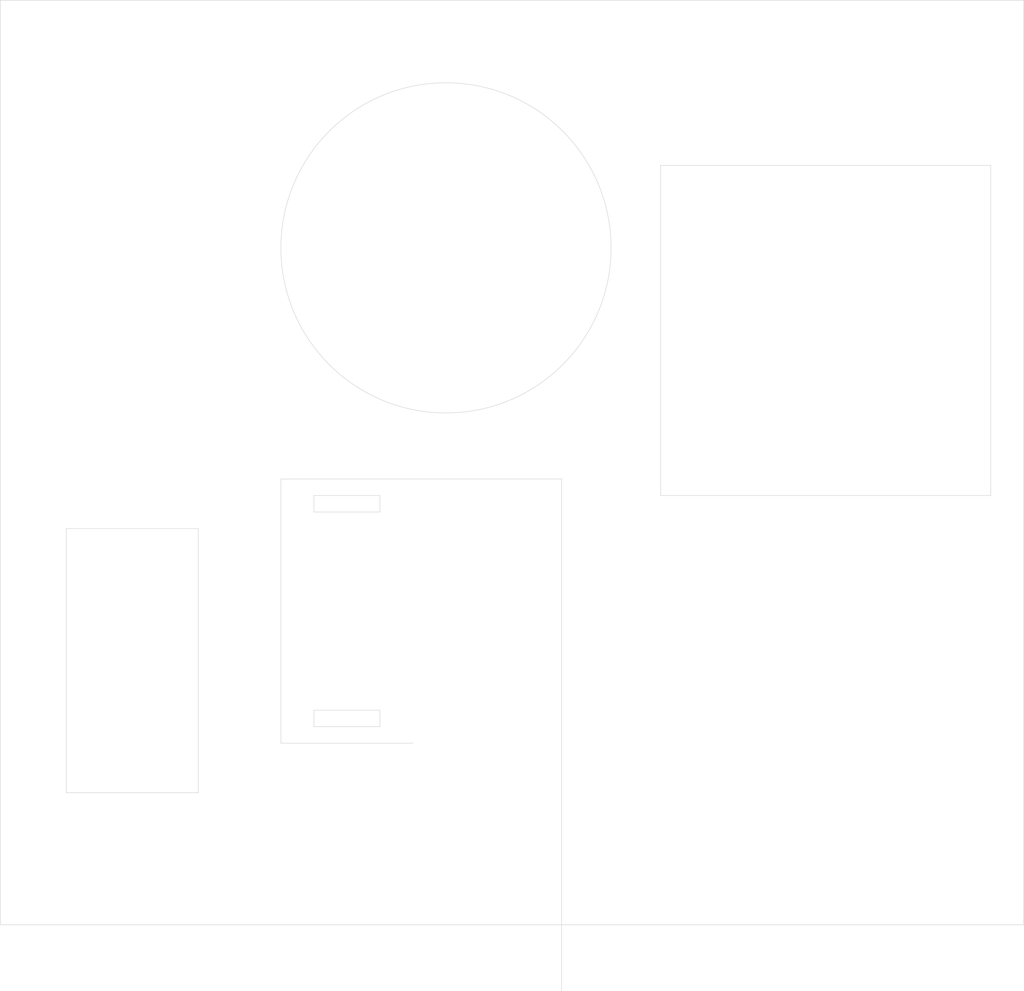
<source format=kicad_pcb>
(kicad_pcb (version 4) (host pcbnew 4.0.0-rc1-stable)

  (general
    (links 0)
    (no_connects 0)
    (area -0.075001 -0.075001 310.075001 280.075001)
    (thickness 1.6)
    (drawings 25)
    (tracks 0)
    (zones 0)
    (modules 0)
    (nets 1)
  )

  (page User 450.012 350.012)
  (layers
    (0 F.Cu signal)
    (31 B.Cu signal)
    (32 B.Adhes user)
    (33 F.Adhes user)
    (34 B.Paste user)
    (35 F.Paste user)
    (36 B.SilkS user)
    (37 F.SilkS user)
    (38 B.Mask user)
    (39 F.Mask user)
    (40 Dwgs.User user)
    (41 Cmts.User user)
    (42 Eco1.User user)
    (43 Eco2.User user)
    (44 Edge.Cuts user)
    (45 Margin user)
    (46 B.CrtYd user)
    (47 F.CrtYd user)
    (48 B.Fab user)
    (49 F.Fab user)
  )

  (setup
    (last_trace_width 0.25)
    (trace_clearance 0.2)
    (zone_clearance 0.508)
    (zone_45_only no)
    (trace_min 0.2)
    (segment_width 0.2)
    (edge_width 0.15)
    (via_size 0.6)
    (via_drill 0.4)
    (via_min_size 0.4)
    (via_min_drill 0.3)
    (uvia_size 0.3)
    (uvia_drill 0.1)
    (uvias_allowed no)
    (uvia_min_size 0.2)
    (uvia_min_drill 0.1)
    (pcb_text_width 0.3)
    (pcb_text_size 1.5 1.5)
    (mod_edge_width 0.15)
    (mod_text_size 1 1)
    (mod_text_width 0.15)
    (pad_size 1.524 1.524)
    (pad_drill 0.762)
    (pad_to_mask_clearance 0.2)
    (aux_axis_origin 0 0)
    (visible_elements 7FFFFFFF)
    (pcbplotparams
      (layerselection 0x00030_80000001)
      (usegerberextensions false)
      (excludeedgelayer true)
      (linewidth 0.100000)
      (plotframeref false)
      (viasonmask false)
      (mode 1)
      (useauxorigin false)
      (hpglpennumber 1)
      (hpglpenspeed 20)
      (hpglpendiameter 15)
      (hpglpenoverlay 2)
      (psnegative false)
      (psa4output false)
      (plotreference true)
      (plotvalue true)
      (plotinvisibletext false)
      (padsonsilk false)
      (subtractmaskfromsilk false)
      (outputformat 1)
      (mirror false)
      (drillshape 1)
      (scaleselection 1)
      (outputdirectory ""))
  )

  (net 0 "")

  (net_class Default "This is the default net class."
    (clearance 0.2)
    (trace_width 0.25)
    (via_dia 0.6)
    (via_drill 0.4)
    (uvia_dia 0.3)
    (uvia_drill 0.1)
  )

  (gr_circle (center 135 75) (end 185 75) (layer Edge.Cuts) (width 0.15))
  (gr_line (start 20 160) (end 60 160) (angle 90) (layer Edge.Cuts) (width 0.15) (tstamp 58728425))
  (gr_line (start 60 160) (end 60 240) (angle 90) (layer Edge.Cuts) (width 0.15) (tstamp 58728424))
  (gr_line (start 20 240) (end 60 240) (angle 90) (layer Edge.Cuts) (width 0.15) (tstamp 58728423))
  (gr_line (start 20 160) (end 20 240) (angle 90) (layer Edge.Cuts) (width 0.15) (tstamp 58728422))
  (gr_line (start 115 220) (end 95 220) (angle 90) (layer Edge.Cuts) (width 0.15))
  (gr_line (start 115 215) (end 115 220) (angle 90) (layer Edge.Cuts) (width 0.15))
  (gr_line (start 95 215) (end 115 215) (angle 90) (layer Edge.Cuts) (width 0.15))
  (gr_line (start 95 220) (end 95 215) (angle 90) (layer Edge.Cuts) (width 0.15))
  (gr_line (start 115 155) (end 95 155) (angle 90) (layer Edge.Cuts) (width 0.15))
  (gr_line (start 115 150) (end 115 155) (angle 90) (layer Edge.Cuts) (width 0.15))
  (gr_line (start 95 150) (end 115 150) (angle 90) (layer Edge.Cuts) (width 0.15))
  (gr_line (start 95 155) (end 95 150) (angle 90) (layer Edge.Cuts) (width 0.15))
  (gr_line (start 85 225) (end 85 145) (angle 90) (layer Edge.Cuts) (width 0.15) (tstamp 58728323))
  (gr_line (start 85 145) (end 170 145) (angle 90) (layer Edge.Cuts) (width 0.15) (tstamp 58728322))
  (gr_line (start 170 145) (end 170 300) (angle 90) (layer Edge.Cuts) (width 0.15) (tstamp 58728321))
  (gr_line (start 85 225) (end 125 225) (angle 90) (layer Edge.Cuts) (width 0.15) (tstamp 58728320))
  (gr_line (start 200 50) (end 200 150) (angle 90) (layer Edge.Cuts) (width 0.15))
  (gr_line (start 200 150) (end 300 150) (angle 90) (layer Edge.Cuts) (width 0.15))
  (gr_line (start 300 50) (end 300 150) (angle 90) (layer Edge.Cuts) (width 0.15))
  (gr_line (start 200 50) (end 300 50) (angle 90) (layer Edge.Cuts) (width 0.15))
  (gr_line (start 0 0) (end 0 280) (angle 90) (layer Edge.Cuts) (width 0.15))
  (gr_line (start 0 280) (end 310 280) (angle 90) (layer Edge.Cuts) (width 0.15))
  (gr_line (start 310 0) (end 310 280) (angle 90) (layer Edge.Cuts) (width 0.15))
  (gr_line (start 0 0) (end 310 0) (angle 90) (layer Edge.Cuts) (width 0.15))

)

</source>
